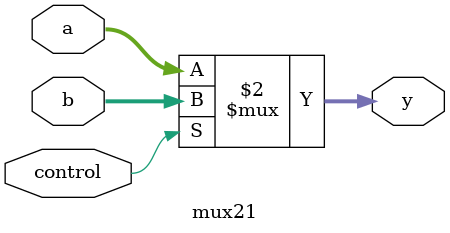
<source format=sv>
module mux21 
(
    input logic [31:0] a, b,
    input logic control,
    output logic [31:0] y
);

always_comb
y = control ? b : a;
endmodule

</source>
